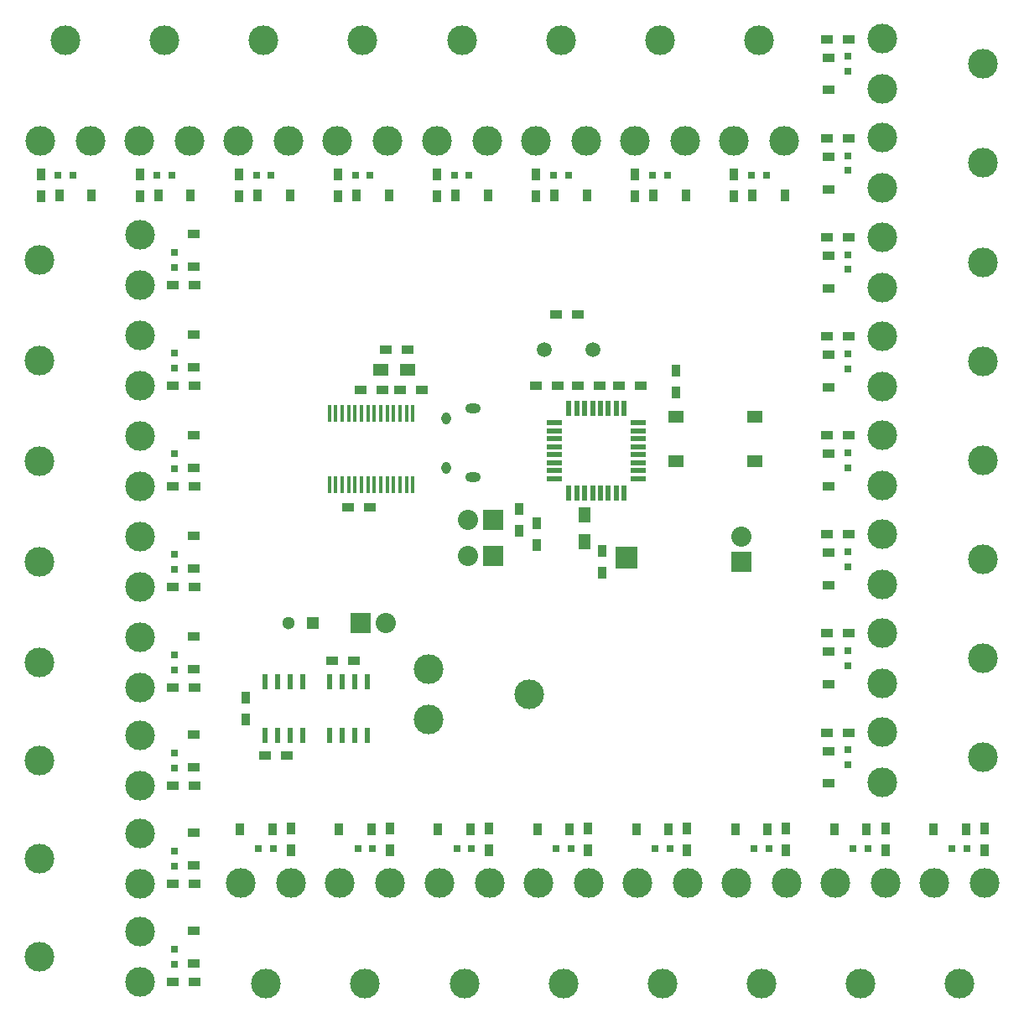
<source format=gts>
G04 #@! TF.FileFunction,Soldermask,Top*
%FSLAX46Y46*%
G04 Gerber Fmt 4.6, Leading zero omitted, Abs format (unit mm)*
G04 Created by KiCad (PCBNEW (2015-11-24 BZR 6329)-product) date Tue 26 Jan 2016 09:35:21 PM EST*
%MOMM*%
G01*
G04 APERTURE LIST*
%ADD10C,0.100000*%
%ADD11C,3.000000*%
%ADD12R,1.220000X0.910000*%
%ADD13R,0.797560X0.797560*%
%ADD14R,1.200000X0.900000*%
%ADD15R,0.910000X1.220000*%
%ADD16R,0.900000X1.200000*%
%ADD17R,2.032000X2.032000*%
%ADD18O,2.032000X2.032000*%
%ADD19R,0.450000X1.750000*%
%ADD20R,0.550000X1.600000*%
%ADD21R,1.600000X0.550000*%
%ADD22C,1.300000*%
%ADD23R,1.300000X1.300000*%
%ADD24R,1.300000X1.500000*%
%ADD25R,2.235200X2.235200*%
%ADD26O,0.950000X1.250000*%
%ADD27O,1.550000X1.000000*%
%ADD28R,1.550000X1.300000*%
%ADD29R,0.600000X1.550000*%
%ADD30C,1.501140*%
%ADD31R,1.500000X1.300000*%
G04 APERTURE END LIST*
D10*
D11*
X102504000Y-57084000D03*
X102504000Y-52004000D03*
X92344000Y-54544000D03*
D12*
X107964000Y-51909000D03*
X107964000Y-55179000D03*
D13*
X105964000Y-55293300D03*
X105964000Y-53794700D03*
D14*
X108064000Y-57044000D03*
X105864000Y-57044000D03*
X108064000Y-67204000D03*
X105864000Y-67204000D03*
D13*
X105964000Y-65453300D03*
X105964000Y-63954700D03*
D12*
X107964000Y-62069000D03*
X107964000Y-65339000D03*
D11*
X102504000Y-67244000D03*
X102504000Y-62164000D03*
X92344000Y-64704000D03*
X102504000Y-77404000D03*
X102504000Y-72324000D03*
X92344000Y-74864000D03*
D12*
X107964000Y-72229000D03*
X107964000Y-75499000D03*
D13*
X105964000Y-75613300D03*
X105964000Y-74114700D03*
D14*
X108064000Y-77364000D03*
X105864000Y-77364000D03*
X108064000Y-87524000D03*
X105864000Y-87524000D03*
D13*
X105964000Y-85773300D03*
X105964000Y-84274700D03*
D12*
X107964000Y-82389000D03*
X107964000Y-85659000D03*
D11*
X102504000Y-87564000D03*
X102504000Y-82484000D03*
X92344000Y-85024000D03*
X102504000Y-97724000D03*
X102504000Y-92644000D03*
X92344000Y-95184000D03*
D12*
X107964000Y-92549000D03*
X107964000Y-95819000D03*
D13*
X105964000Y-95933300D03*
X105964000Y-94434700D03*
D14*
X108064000Y-97684000D03*
X105864000Y-97684000D03*
X108064000Y-107590000D03*
X105864000Y-107590000D03*
D13*
X105964000Y-105839300D03*
X105964000Y-104340700D03*
D12*
X107964000Y-102455000D03*
X107964000Y-105725000D03*
D11*
X102504000Y-107630000D03*
X102504000Y-102550000D03*
X92344000Y-105090000D03*
X102504000Y-117536000D03*
X102504000Y-112456000D03*
X92344000Y-114996000D03*
D12*
X107964000Y-112361000D03*
X107964000Y-115631000D03*
D13*
X105964000Y-115745300D03*
X105964000Y-114246700D03*
D14*
X108064000Y-117496000D03*
X105864000Y-117496000D03*
X108064000Y-127402000D03*
X105864000Y-127402000D03*
D13*
X105964000Y-125651300D03*
X105964000Y-124152700D03*
D12*
X107964000Y-122267000D03*
X107964000Y-125537000D03*
D11*
X102504000Y-127442000D03*
X102504000Y-122362000D03*
X92344000Y-124902000D03*
X117790000Y-117460000D03*
X112710000Y-117460000D03*
X115250000Y-127620000D03*
D15*
X112615000Y-112000000D03*
X115885000Y-112000000D03*
D13*
X115999300Y-114000000D03*
X114500700Y-114000000D03*
D16*
X117750000Y-111900000D03*
X117750000Y-114100000D03*
X127750000Y-111900000D03*
X127750000Y-114100000D03*
D13*
X125999300Y-114000000D03*
X124500700Y-114000000D03*
D15*
X122615000Y-112000000D03*
X125885000Y-112000000D03*
D11*
X127790000Y-117460000D03*
X122710000Y-117460000D03*
X125250000Y-127620000D03*
X137790000Y-117460000D03*
X132710000Y-117460000D03*
X135250000Y-127620000D03*
D15*
X132615000Y-112000000D03*
X135885000Y-112000000D03*
D13*
X135999300Y-114000000D03*
X134500700Y-114000000D03*
D16*
X137750000Y-111900000D03*
X137750000Y-114100000D03*
X147750000Y-111900000D03*
X147750000Y-114100000D03*
D13*
X145999300Y-114000000D03*
X144500700Y-114000000D03*
D15*
X142615000Y-112000000D03*
X145885000Y-112000000D03*
D11*
X147790000Y-117460000D03*
X142710000Y-117460000D03*
X145250000Y-127620000D03*
X157790000Y-117460000D03*
X152710000Y-117460000D03*
X155250000Y-127620000D03*
D15*
X152615000Y-112000000D03*
X155885000Y-112000000D03*
D13*
X155999300Y-114000000D03*
X154500700Y-114000000D03*
D16*
X157750000Y-111900000D03*
X157750000Y-114100000D03*
X167750000Y-111900000D03*
X167750000Y-114100000D03*
D13*
X165999300Y-114000000D03*
X164500700Y-114000000D03*
D15*
X162615000Y-112000000D03*
X165885000Y-112000000D03*
D11*
X167790000Y-117460000D03*
X162710000Y-117460000D03*
X165250000Y-127620000D03*
X177790000Y-117460000D03*
X172710000Y-117460000D03*
X175250000Y-127620000D03*
D15*
X172615000Y-112000000D03*
X175885000Y-112000000D03*
D13*
X175999300Y-114000000D03*
X174500700Y-114000000D03*
D16*
X177750000Y-111900000D03*
X177750000Y-114100000D03*
X187750000Y-111900000D03*
X187750000Y-114100000D03*
D13*
X185999300Y-114000000D03*
X184500700Y-114000000D03*
D15*
X182615000Y-112000000D03*
X185885000Y-112000000D03*
D11*
X187790000Y-117460000D03*
X182710000Y-117460000D03*
X185250000Y-127620000D03*
X177460000Y-102210000D03*
X177460000Y-107290000D03*
X187620000Y-104750000D03*
D12*
X172000000Y-107385000D03*
X172000000Y-104115000D03*
D13*
X174000000Y-104000700D03*
X174000000Y-105499300D03*
D14*
X171900000Y-102250000D03*
X174100000Y-102250000D03*
X171900000Y-92250000D03*
X174100000Y-92250000D03*
D13*
X174000000Y-94000700D03*
X174000000Y-95499300D03*
D12*
X172000000Y-97385000D03*
X172000000Y-94115000D03*
D11*
X177460000Y-92210000D03*
X177460000Y-97290000D03*
X187620000Y-94750000D03*
X177460000Y-82210000D03*
X177460000Y-87290000D03*
X187620000Y-84750000D03*
D12*
X172000000Y-87385000D03*
X172000000Y-84115000D03*
D13*
X174000000Y-84000700D03*
X174000000Y-85499300D03*
D14*
X171900000Y-82250000D03*
X174100000Y-82250000D03*
X171900000Y-72250000D03*
X174100000Y-72250000D03*
D13*
X174000000Y-74000700D03*
X174000000Y-75499300D03*
D12*
X172000000Y-77385000D03*
X172000000Y-74115000D03*
D11*
X177460000Y-72210000D03*
X177460000Y-77290000D03*
X187620000Y-74750000D03*
X177460000Y-62210000D03*
X177460000Y-67290000D03*
X187620000Y-64750000D03*
D12*
X172000000Y-67385000D03*
X172000000Y-64115000D03*
D13*
X174000000Y-64000700D03*
X174000000Y-65499300D03*
D14*
X171900000Y-62250000D03*
X174100000Y-62250000D03*
X171900000Y-52250000D03*
X174100000Y-52250000D03*
D13*
X174000000Y-54000700D03*
X174000000Y-55499300D03*
D12*
X172000000Y-57385000D03*
X172000000Y-54115000D03*
D11*
X177460000Y-52210000D03*
X177460000Y-57290000D03*
X187620000Y-54750000D03*
X177460000Y-42210000D03*
X177460000Y-47290000D03*
X187620000Y-44750000D03*
D12*
X172000000Y-47385000D03*
X172000000Y-44115000D03*
D13*
X174000000Y-44000700D03*
X174000000Y-45499300D03*
D14*
X171900000Y-42250000D03*
X174100000Y-42250000D03*
X171900000Y-32250000D03*
X174100000Y-32250000D03*
D13*
X174000000Y-34000700D03*
X174000000Y-35499300D03*
D12*
X172000000Y-37385000D03*
X172000000Y-34115000D03*
D11*
X177460000Y-32210000D03*
X177460000Y-37290000D03*
X187620000Y-34750000D03*
X162460000Y-42540000D03*
X167540000Y-42540000D03*
X165000000Y-32380000D03*
D15*
X167635000Y-48000000D03*
X164365000Y-48000000D03*
D13*
X164250700Y-46000000D03*
X165749300Y-46000000D03*
D16*
X162500000Y-48100000D03*
X162500000Y-45900000D03*
X152500000Y-48100000D03*
X152500000Y-45900000D03*
D13*
X154250700Y-46000000D03*
X155749300Y-46000000D03*
D15*
X157635000Y-48000000D03*
X154365000Y-48000000D03*
D11*
X152460000Y-42540000D03*
X157540000Y-42540000D03*
X155000000Y-32380000D03*
D17*
X163200000Y-85000000D03*
D18*
X163200000Y-82460000D03*
D11*
X92460000Y-42540000D03*
X97540000Y-42540000D03*
X95000000Y-32380000D03*
X102460000Y-42540000D03*
X107540000Y-42540000D03*
X105000000Y-32380000D03*
X112460000Y-42540000D03*
X117540000Y-42540000D03*
X115000000Y-32380000D03*
X122460000Y-42540000D03*
X127540000Y-42540000D03*
X125000000Y-32380000D03*
X132460000Y-42540000D03*
X137540000Y-42540000D03*
X135000000Y-32380000D03*
X142460000Y-42540000D03*
X147540000Y-42540000D03*
X145000000Y-32380000D03*
D19*
X121625000Y-77250000D03*
X122275000Y-77250000D03*
X122925000Y-77250000D03*
X123575000Y-77250000D03*
X124225000Y-77250000D03*
X124875000Y-77250000D03*
X125525000Y-77250000D03*
X126175000Y-77250000D03*
X126825000Y-77250000D03*
X127475000Y-77250000D03*
X128125000Y-77250000D03*
X128775000Y-77250000D03*
X129425000Y-77250000D03*
X130075000Y-77250000D03*
X130075000Y-70050000D03*
X129425000Y-70050000D03*
X128775000Y-70050000D03*
X128125000Y-70050000D03*
X127475000Y-70050000D03*
X126825000Y-70050000D03*
X126175000Y-70050000D03*
X125525000Y-70050000D03*
X124875000Y-70050000D03*
X124225000Y-70050000D03*
X123575000Y-70050000D03*
X122925000Y-70050000D03*
X122275000Y-70050000D03*
X121625000Y-70050000D03*
D20*
X151400000Y-69550000D03*
X150600000Y-69550000D03*
X149800000Y-69550000D03*
X149000000Y-69550000D03*
X148200000Y-69550000D03*
X147400000Y-69550000D03*
X146600000Y-69550000D03*
X145800000Y-69550000D03*
D21*
X144350000Y-71000000D03*
X144350000Y-71800000D03*
X144350000Y-72600000D03*
X144350000Y-73400000D03*
X144350000Y-74200000D03*
X144350000Y-75000000D03*
X144350000Y-75800000D03*
X144350000Y-76600000D03*
D20*
X145800000Y-78050000D03*
X146600000Y-78050000D03*
X147400000Y-78050000D03*
X148200000Y-78050000D03*
X149000000Y-78050000D03*
X149800000Y-78050000D03*
X150600000Y-78050000D03*
X151400000Y-78050000D03*
D21*
X152850000Y-76600000D03*
X152850000Y-75800000D03*
X152850000Y-75000000D03*
X152850000Y-74200000D03*
X152850000Y-73400000D03*
X152850000Y-72600000D03*
X152850000Y-71800000D03*
X152850000Y-71000000D03*
D22*
X117500000Y-91200000D03*
D23*
X120000000Y-91200000D03*
D24*
X147400000Y-82950000D03*
X147400000Y-80250000D03*
D17*
X124800000Y-91200000D03*
D18*
X127340000Y-91200000D03*
D25*
X151600000Y-84600000D03*
D26*
X133437460Y-70499100D03*
X133437460Y-75499100D03*
D27*
X136137460Y-69499100D03*
X136137460Y-76499100D03*
D17*
X138200000Y-84400000D03*
D18*
X135660000Y-84400000D03*
D17*
X138200000Y-80800000D03*
D18*
X135660000Y-80800000D03*
D28*
X156625000Y-74850000D03*
X156625000Y-70350000D03*
X164575000Y-70350000D03*
X164575000Y-74850000D03*
D29*
X115095000Y-102500000D03*
X116365000Y-102500000D03*
X117635000Y-102500000D03*
X118905000Y-102500000D03*
X118905000Y-97100000D03*
X117635000Y-97100000D03*
X116365000Y-97100000D03*
X115095000Y-97100000D03*
X121695000Y-102500000D03*
X122965000Y-102500000D03*
X124235000Y-102500000D03*
X125505000Y-102500000D03*
X125505000Y-97100000D03*
X124235000Y-97100000D03*
X122965000Y-97100000D03*
X121695000Y-97100000D03*
D11*
X131660000Y-95860000D03*
X131660000Y-100940000D03*
X141820000Y-98400000D03*
D30*
X148240940Y-63600000D03*
X143359060Y-63600000D03*
D14*
X117300000Y-104600000D03*
X115100000Y-104600000D03*
X124100000Y-95000000D03*
X121900000Y-95000000D03*
X148900000Y-67200000D03*
X146700000Y-67200000D03*
X142500000Y-67200000D03*
X144700000Y-67200000D03*
X129500000Y-63600000D03*
X127300000Y-63600000D03*
X125750000Y-79550000D03*
X123550000Y-79550000D03*
X128750000Y-67650000D03*
X130950000Y-67650000D03*
X124750000Y-67650000D03*
X126950000Y-67650000D03*
D16*
X149200000Y-83900000D03*
X149200000Y-86100000D03*
D14*
X150900000Y-67200000D03*
X153100000Y-67200000D03*
D16*
X142600000Y-81100000D03*
X142600000Y-83300000D03*
D15*
X97635000Y-48000000D03*
X94365000Y-48000000D03*
X107635000Y-48000000D03*
X104365000Y-48000000D03*
X117635000Y-48000000D03*
X114365000Y-48000000D03*
X127635000Y-48000000D03*
X124365000Y-48000000D03*
X137635000Y-48000000D03*
X134365000Y-48000000D03*
X147635000Y-48000000D03*
X144365000Y-48000000D03*
D31*
X129550000Y-65600000D03*
X126850000Y-65600000D03*
D13*
X94250700Y-46000000D03*
X95749300Y-46000000D03*
X104250700Y-46000000D03*
X105749300Y-46000000D03*
X114250700Y-46000000D03*
X115749300Y-46000000D03*
X124250700Y-46000000D03*
X125749300Y-46000000D03*
X134250700Y-46000000D03*
X135749300Y-46000000D03*
X144250700Y-46000000D03*
X145749300Y-46000000D03*
D16*
X113200000Y-98700000D03*
X113200000Y-100900000D03*
X156600000Y-65700000D03*
X156600000Y-67900000D03*
X140800000Y-81900000D03*
X140800000Y-79700000D03*
X92500000Y-48100000D03*
X92500000Y-45900000D03*
X102500000Y-48100000D03*
X102500000Y-45900000D03*
X112500000Y-48100000D03*
X112500000Y-45900000D03*
X122500000Y-48100000D03*
X122500000Y-45900000D03*
X132500000Y-48100000D03*
X132500000Y-45900000D03*
X142500000Y-48100000D03*
X142500000Y-45900000D03*
D14*
X146700000Y-60000000D03*
X144500000Y-60000000D03*
M02*

</source>
